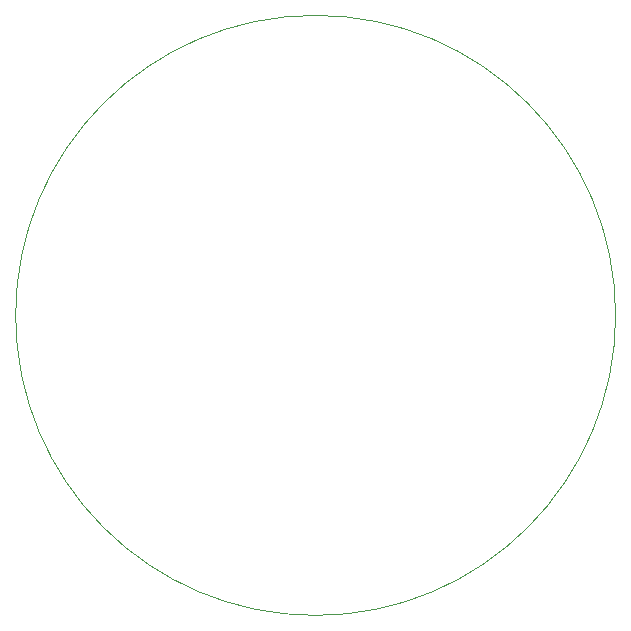
<source format=gbr>
%TF.GenerationSoftware,KiCad,Pcbnew,7.0.8*%
%TF.CreationDate,2025-03-05T08:55:57-05:00*%
%TF.ProjectId,cartridgeholder,63617274-7269-4646-9765-686f6c646572,rev?*%
%TF.SameCoordinates,Original*%
%TF.FileFunction,Profile,NP*%
%FSLAX46Y46*%
G04 Gerber Fmt 4.6, Leading zero omitted, Abs format (unit mm)*
G04 Created by KiCad (PCBNEW 7.0.8) date 2025-03-05 08:55:57*
%MOMM*%
%LPD*%
G01*
G04 APERTURE LIST*
%TA.AperFunction,Profile*%
%ADD10C,0.100000*%
%TD*%
G04 APERTURE END LIST*
D10*
X160897621Y-122120000D02*
G75*
G03*
X160897621Y-122120000I-25400000J0D01*
G01*
M02*

</source>
